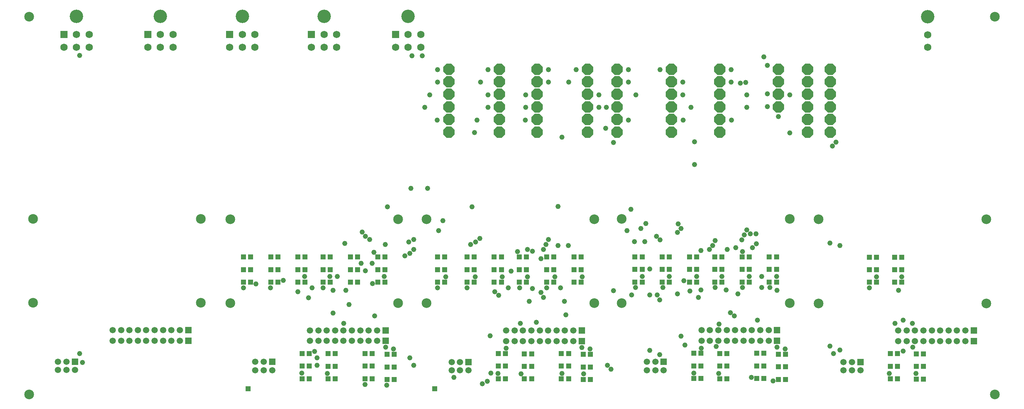
<source format=gts>
G75*
G70*
%OFA0B0*%
%FSLAX24Y24*%
%IPPOS*%
%LPD*%
%AMOC8*
5,1,8,0,0,1.08239X$1,22.5*
%
%ADD10C,0.0907*%
%ADD11R,0.0595X0.0595*%
%ADD12C,0.0595*%
%ADD13R,0.0474X0.0513*%
%ADD14R,0.0513X0.0474*%
%ADD15R,0.0682X0.0682*%
%ADD16C,0.0682*%
%ADD17C,0.1261*%
%ADD18OC8,0.1080*%
%ADD19R,0.0516X0.0516*%
%ADD20C,0.0480*%
D10*
X002170Y002170D03*
X021015Y010735D03*
X018263Y010763D03*
X002515Y010763D03*
X002515Y018637D03*
X018263Y018637D03*
X021015Y018609D03*
X036763Y018609D03*
X039420Y018601D03*
X055168Y018601D03*
X057739Y018621D03*
X073487Y018621D03*
X076184Y018593D03*
X091932Y018593D03*
X073487Y010747D03*
X076184Y010719D03*
X091932Y010719D03*
X092721Y002170D03*
X057739Y010747D03*
X055168Y010727D03*
X039420Y010727D03*
X036763Y010735D03*
X002170Y037603D03*
X092721Y037603D03*
D11*
X090751Y008160D03*
X090751Y007176D03*
X080121Y005207D03*
X072306Y007204D03*
X072306Y008188D03*
X061676Y005235D03*
X053987Y007184D03*
X053987Y008168D03*
X043357Y005215D03*
X035581Y007192D03*
X035581Y008176D03*
X024952Y005223D03*
X017081Y007219D03*
X017081Y008204D03*
X006452Y005251D03*
D12*
X005664Y005251D03*
X004877Y005251D03*
X004877Y004463D03*
X005664Y004463D03*
X006452Y004463D03*
X009995Y007219D03*
X010782Y007219D03*
X011570Y007219D03*
X012357Y007219D03*
X013144Y007219D03*
X013932Y007219D03*
X014719Y007219D03*
X015507Y007219D03*
X016294Y007219D03*
X016294Y008204D03*
X015507Y008204D03*
X014719Y008204D03*
X013932Y008204D03*
X013144Y008204D03*
X012357Y008204D03*
X011570Y008204D03*
X010782Y008204D03*
X009995Y008204D03*
X023377Y005223D03*
X024164Y005223D03*
X024164Y004436D03*
X023377Y004436D03*
X024952Y004436D03*
X028495Y007192D03*
X029282Y007192D03*
X030070Y007192D03*
X030857Y007192D03*
X031644Y007192D03*
X032432Y007192D03*
X033219Y007192D03*
X034007Y007192D03*
X034794Y007192D03*
X034794Y008176D03*
X034007Y008176D03*
X033219Y008176D03*
X032432Y008176D03*
X031644Y008176D03*
X030857Y008176D03*
X030070Y008176D03*
X029282Y008176D03*
X028495Y008176D03*
X041782Y005215D03*
X042570Y005215D03*
X042570Y004428D03*
X043357Y004428D03*
X041782Y004428D03*
X046900Y007184D03*
X047688Y007184D03*
X048475Y007184D03*
X049263Y007184D03*
X050050Y007184D03*
X050837Y007184D03*
X051625Y007184D03*
X052412Y007184D03*
X053200Y007184D03*
X053200Y008168D03*
X052412Y008168D03*
X051625Y008168D03*
X050837Y008168D03*
X050050Y008168D03*
X049263Y008168D03*
X048475Y008168D03*
X047688Y008168D03*
X046900Y008168D03*
X060101Y005235D03*
X060889Y005235D03*
X060889Y004448D03*
X061676Y004448D03*
X060101Y004448D03*
X065219Y007204D03*
X066007Y007204D03*
X066794Y007204D03*
X067581Y007204D03*
X068369Y007204D03*
X069156Y007204D03*
X069944Y007204D03*
X070731Y007204D03*
X071519Y007204D03*
X071519Y008188D03*
X070731Y008188D03*
X069944Y008188D03*
X069156Y008188D03*
X068369Y008188D03*
X067581Y008188D03*
X066794Y008188D03*
X066007Y008188D03*
X065219Y008188D03*
X078546Y005207D03*
X079333Y005207D03*
X079333Y004420D03*
X078546Y004420D03*
X080121Y004420D03*
X083664Y007176D03*
X084452Y007176D03*
X085239Y007176D03*
X086026Y007176D03*
X086814Y007176D03*
X087601Y007176D03*
X088389Y007176D03*
X089176Y007176D03*
X089963Y007176D03*
X089963Y008160D03*
X089176Y008160D03*
X088389Y008160D03*
X087601Y008160D03*
X086814Y008160D03*
X086026Y008160D03*
X085239Y008160D03*
X084452Y008160D03*
X083664Y008160D03*
D13*
X083605Y004814D03*
X082936Y004814D03*
X085377Y004794D03*
X086046Y004794D03*
X086046Y003613D03*
X085377Y003613D03*
X083605Y003633D03*
X082936Y003633D03*
X073113Y003581D03*
X072444Y003581D03*
X072444Y004763D03*
X073113Y004763D03*
X071066Y004841D03*
X070396Y004841D03*
X070396Y003660D03*
X071066Y003660D03*
X067601Y003641D03*
X066932Y003641D03*
X065160Y003660D03*
X064491Y003660D03*
X064491Y004841D03*
X065160Y004841D03*
X066932Y004822D03*
X067601Y004822D03*
X054794Y004743D03*
X054125Y004743D03*
X052747Y004822D03*
X052078Y004822D03*
X052078Y003641D03*
X052747Y003641D03*
X054125Y003562D03*
X054794Y003562D03*
X049282Y003621D03*
X048613Y003621D03*
X046841Y003641D03*
X046172Y003641D03*
X046172Y004822D03*
X046841Y004822D03*
X048613Y004802D03*
X049282Y004802D03*
X036389Y004751D03*
X035719Y004751D03*
X034341Y004830D03*
X033672Y004830D03*
X033672Y003648D03*
X034341Y003648D03*
X035719Y003570D03*
X036389Y003570D03*
X030877Y003629D03*
X030207Y003629D03*
X028436Y003648D03*
X027767Y003648D03*
X027767Y004830D03*
X028436Y004830D03*
X030207Y004810D03*
X030877Y004810D03*
X030404Y012704D03*
X029735Y012704D03*
X028042Y012704D03*
X027373Y012704D03*
X025483Y012704D03*
X024814Y012704D03*
X022924Y012704D03*
X022255Y012704D03*
X022255Y013885D03*
X022924Y013885D03*
X024814Y013885D03*
X025483Y013885D03*
X027373Y013885D03*
X028042Y013885D03*
X029735Y013885D03*
X030404Y013885D03*
X032294Y013885D03*
X032963Y013885D03*
X034853Y013885D03*
X035522Y013885D03*
X035522Y012704D03*
X034853Y012704D03*
X032963Y012704D03*
X032294Y012704D03*
X040463Y012696D03*
X041133Y012696D03*
X043219Y012696D03*
X043889Y012696D03*
X045778Y012696D03*
X046448Y012696D03*
X048141Y012696D03*
X048810Y012696D03*
X050700Y012696D03*
X051369Y012696D03*
X053259Y012696D03*
X053928Y012696D03*
X053928Y013877D03*
X053259Y013877D03*
X051369Y013877D03*
X050700Y013877D03*
X048810Y013877D03*
X048141Y013877D03*
X046448Y013877D03*
X045778Y013877D03*
X043889Y013877D03*
X043219Y013877D03*
X041133Y013877D03*
X040463Y013877D03*
X058979Y013896D03*
X059648Y013896D03*
X061538Y013896D03*
X062207Y013896D03*
X064097Y013896D03*
X064767Y013896D03*
X066459Y013896D03*
X067129Y013896D03*
X069019Y013896D03*
X069688Y013896D03*
X071578Y013896D03*
X072247Y013896D03*
X072247Y012715D03*
X071578Y012715D03*
X069688Y012715D03*
X069019Y012715D03*
X067129Y012715D03*
X066459Y012715D03*
X064767Y012715D03*
X064097Y012715D03*
X062207Y012715D03*
X061538Y012715D03*
X059648Y012715D03*
X058979Y012715D03*
X080967Y012688D03*
X081637Y012688D03*
X083330Y012688D03*
X083999Y012688D03*
X083999Y013869D03*
X083330Y013869D03*
X081637Y013869D03*
X080967Y013869D03*
D14*
X080967Y015050D03*
X081637Y015050D03*
X083330Y015050D03*
X083999Y015050D03*
X072247Y015078D03*
X071578Y015078D03*
X069688Y015078D03*
X069019Y015078D03*
X067129Y015078D03*
X066459Y015078D03*
X064767Y015078D03*
X064097Y015078D03*
X062207Y015078D03*
X061538Y015078D03*
X059648Y015078D03*
X058979Y015078D03*
X053928Y015058D03*
X053259Y015058D03*
X051369Y015058D03*
X050700Y015058D03*
X048810Y015058D03*
X048141Y015058D03*
X046448Y015058D03*
X045778Y015058D03*
X043889Y015058D03*
X043219Y015058D03*
X041133Y015058D03*
X040463Y015058D03*
X035522Y015066D03*
X034853Y015066D03*
X032963Y015066D03*
X032294Y015066D03*
X030404Y015066D03*
X029735Y015066D03*
X028042Y015066D03*
X027373Y015066D03*
X025483Y015066D03*
X024814Y015066D03*
X022924Y015066D03*
X022255Y015066D03*
X027767Y006011D03*
X028436Y006011D03*
X030207Y005991D03*
X030877Y005991D03*
X033672Y006011D03*
X034341Y006011D03*
X035719Y005932D03*
X036389Y005932D03*
X046172Y006003D03*
X046841Y006003D03*
X048613Y005983D03*
X049282Y005983D03*
X052078Y006003D03*
X052747Y006003D03*
X054125Y005924D03*
X054794Y005924D03*
X064491Y006022D03*
X065160Y006022D03*
X066932Y006003D03*
X067601Y006003D03*
X070396Y006022D03*
X071066Y006022D03*
X072444Y005944D03*
X073113Y005944D03*
X082936Y005995D03*
X083605Y005995D03*
X085377Y005975D03*
X086046Y005975D03*
D15*
X036520Y035930D03*
X028646Y035930D03*
X020969Y035930D03*
X013292Y035930D03*
X005418Y035930D03*
D16*
X006599Y035930D03*
X007780Y035930D03*
X007780Y034749D03*
X006599Y034749D03*
X005418Y034749D03*
X013292Y034749D03*
X014473Y034749D03*
X015654Y034749D03*
X015654Y035930D03*
X014473Y035930D03*
X020969Y034749D03*
X022150Y034749D03*
X023331Y034749D03*
X023331Y035930D03*
X022150Y035930D03*
X028646Y034749D03*
X029828Y034749D03*
X031009Y034749D03*
X031009Y035930D03*
X029828Y035930D03*
X036520Y034749D03*
X037702Y034749D03*
X038883Y034749D03*
X038883Y035930D03*
X037702Y035930D03*
X086422Y035902D03*
X086422Y034721D03*
D17*
X086422Y037603D03*
X037702Y037631D03*
X029828Y037631D03*
X022150Y037631D03*
X014473Y037631D03*
X006599Y037631D03*
D18*
X041540Y032682D03*
X041540Y031501D03*
X041540Y030320D03*
X041540Y029139D03*
X041540Y027957D03*
X041540Y026776D03*
X046265Y026776D03*
X046265Y027957D03*
X046265Y029139D03*
X046265Y030320D03*
X046265Y031501D03*
X046265Y032682D03*
X049808Y032682D03*
X049808Y031501D03*
X049808Y030320D03*
X049808Y029139D03*
X049808Y027957D03*
X049808Y026776D03*
X054532Y026776D03*
X054532Y027957D03*
X054532Y029139D03*
X054532Y030320D03*
X054532Y031501D03*
X054532Y032682D03*
X057288Y032682D03*
X057288Y031501D03*
X057288Y030320D03*
X057288Y029139D03*
X057288Y027957D03*
X057288Y026776D03*
X062406Y026776D03*
X062406Y027957D03*
X062406Y029139D03*
X062406Y030320D03*
X062406Y031501D03*
X062406Y032682D03*
X066934Y032682D03*
X066934Y031501D03*
X066934Y030320D03*
X066934Y029139D03*
X066934Y027957D03*
X066934Y026776D03*
X072446Y029139D03*
X072446Y030320D03*
X072446Y031501D03*
X072446Y032682D03*
X075162Y032682D03*
X077308Y032682D03*
X077308Y031501D03*
X075162Y031501D03*
X075162Y030320D03*
X077308Y030320D03*
X077308Y029139D03*
X075162Y029139D03*
X075162Y027957D03*
X077308Y027957D03*
X077308Y026776D03*
X075162Y026776D03*
D19*
X040202Y002702D03*
X022702Y002702D03*
D20*
X027721Y004178D03*
X029178Y004887D03*
X029178Y005595D03*
X028942Y006186D03*
X030123Y004139D03*
X033666Y003115D03*
X035713Y003036D03*
X038233Y004887D03*
X037879Y005595D03*
X036343Y006422D03*
X035595Y006619D03*
X031658Y008824D03*
X030674Y009808D03*
X032170Y010595D03*
X034572Y009532D03*
X031855Y011934D03*
X030674Y011934D03*
X029729Y012170D03*
X028706Y012170D03*
X028351Y011225D03*
X027367Y011816D03*
X024808Y012170D03*
X025989Y012879D03*
X027997Y013233D03*
X030359Y013233D03*
X031068Y013233D03*
X033312Y014454D03*
X034335Y014454D03*
X033706Y013784D03*
X035477Y013233D03*
X034375Y012564D03*
X040477Y012170D03*
X041225Y013194D03*
X043233Y012170D03*
X043981Y013194D03*
X046540Y013194D03*
X047367Y013745D03*
X048902Y013194D03*
X049375Y012091D03*
X050162Y011737D03*
X050398Y011265D03*
X050713Y012170D03*
X052013Y012170D03*
X051461Y013194D03*
X054020Y013194D03*
X056973Y011894D03*
X058666Y011501D03*
X059020Y012209D03*
X060359Y011501D03*
X061068Y011501D03*
X061304Y011028D03*
X062957Y011619D03*
X064139Y011855D03*
X064926Y011265D03*
X065162Y011973D03*
X066501Y012209D03*
X067524Y011973D03*
X068627Y011619D03*
X069060Y012209D03*
X070871Y012209D03*
X071619Y012209D03*
X072288Y011934D03*
X072249Y013233D03*
X070871Y013233D03*
X069690Y013233D03*
X067131Y013233D03*
X064769Y013233D03*
X063548Y012839D03*
X062209Y013233D03*
X060359Y013942D03*
X059650Y013233D03*
X061580Y012209D03*
X067918Y009847D03*
X068312Y009532D03*
X066855Y008784D03*
X070477Y009139D03*
X072288Y006619D03*
X073076Y006422D03*
X077249Y006698D03*
X077603Y005989D03*
X078194Y006343D03*
X082839Y004139D03*
X085320Y004139D03*
X084139Y006225D03*
X085044Y006619D03*
X085005Y008824D03*
X084139Y009139D03*
X083351Y008824D03*
X083706Y011934D03*
X083981Y013194D03*
X081619Y013194D03*
X080950Y012170D03*
X078194Y016146D03*
X077249Y016383D03*
X070359Y016304D03*
X070005Y015950D03*
X069060Y015556D03*
X068430Y015950D03*
X067643Y015753D03*
X066501Y016619D03*
X066265Y016146D03*
X065950Y015753D03*
X065162Y015674D03*
X062957Y017367D03*
X063312Y017721D03*
X063036Y018154D03*
X060989Y017013D03*
X061343Y016658D03*
X059887Y016501D03*
X058942Y016501D03*
X058233Y017524D03*
X059532Y017721D03*
X060005Y018194D03*
X058587Y019532D03*
X051776Y019808D03*
X050871Y016698D03*
X050635Y016225D03*
X050398Y015753D03*
X049375Y015595D03*
X048902Y015753D03*
X047957Y015556D03*
X050162Y014887D03*
X051776Y016146D03*
X052721Y016146D03*
X044414Y016816D03*
X044020Y016461D03*
X043548Y016225D03*
X040556Y017524D03*
X040950Y018469D03*
X043706Y019769D03*
X039532Y021501D03*
X037957Y021501D03*
X035753Y019769D03*
X033391Y017406D03*
X033706Y017013D03*
X034099Y016698D03*
X034493Y015517D03*
X035556Y016225D03*
X037406Y015162D03*
X037879Y015398D03*
X038233Y015753D03*
X037761Y016461D03*
X038233Y016698D03*
X031776Y016343D03*
X023430Y012524D03*
X022249Y012170D03*
X006894Y005989D03*
X007170Y005162D03*
X042013Y003784D03*
X044650Y003154D03*
X045123Y003391D03*
X045477Y004178D03*
X046146Y004139D03*
X048312Y004099D03*
X052131Y004139D03*
X054178Y004099D03*
X056383Y004887D03*
X056737Y004532D03*
X060359Y006304D03*
X061304Y005910D03*
X063666Y006816D03*
X065202Y006501D03*
X066580Y006658D03*
X063312Y007643D03*
X064493Y004178D03*
X066816Y004139D03*
X069887Y003784D03*
X071934Y003430D03*
X054769Y006422D03*
X053981Y006580D03*
X049729Y008942D03*
X048233Y008824D03*
X045398Y007682D03*
X046894Y006501D03*
X052485Y009650D03*
X052367Y010910D03*
X049060Y010910D03*
X048154Y012170D03*
X047091Y012170D03*
X045831Y011816D03*
X046186Y011461D03*
X068981Y016658D03*
X069217Y017131D03*
X069454Y017603D03*
X069808Y017249D03*
X070320Y017249D03*
X064572Y023745D03*
X064572Y025871D03*
X063509Y027918D03*
X064217Y029099D03*
X063469Y030280D03*
X063469Y031461D03*
X061343Y032643D03*
X058351Y032643D03*
X058351Y031461D03*
X059060Y030280D03*
X056304Y029099D03*
X055595Y029099D03*
X055595Y030280D03*
X052761Y031461D03*
X050871Y031461D03*
X050871Y032643D03*
X053469Y032643D03*
X048745Y030280D03*
X048745Y029099D03*
X048706Y027918D03*
X045202Y029099D03*
X045202Y030280D03*
X044493Y031461D03*
X045202Y032643D03*
X040477Y032643D03*
X040477Y031461D03*
X039729Y030280D03*
X039257Y029099D03*
X040438Y027918D03*
X043942Y026737D03*
X044178Y027918D03*
X052131Y026304D03*
X056225Y027131D03*
X058351Y027918D03*
X056973Y025792D03*
X068036Y027918D03*
X069454Y029099D03*
X071383Y029178D03*
X071383Y030359D03*
X069454Y030280D03*
X069375Y031422D03*
X068863Y031383D03*
X067997Y031461D03*
X067997Y032643D03*
X071068Y033824D03*
X071383Y033036D03*
X073509Y030280D03*
X072446Y028233D03*
X073509Y026698D03*
X077485Y025477D03*
X077839Y025831D03*
X039020Y033942D03*
X038076Y033942D03*
X006894Y033981D03*
M02*

</source>
